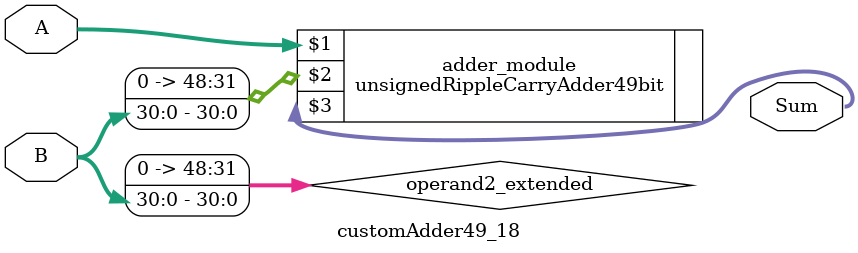
<source format=v>
module customAdder49_18(
                        input [48 : 0] A,
                        input [30 : 0] B,
                        
                        output [49 : 0] Sum
                );

        wire [48 : 0] operand2_extended;
        
        assign operand2_extended =  {18'b0, B};
        
        unsignedRippleCarryAdder49bit adder_module(
            A,
            operand2_extended,
            Sum
        );
        
        endmodule
        
</source>
